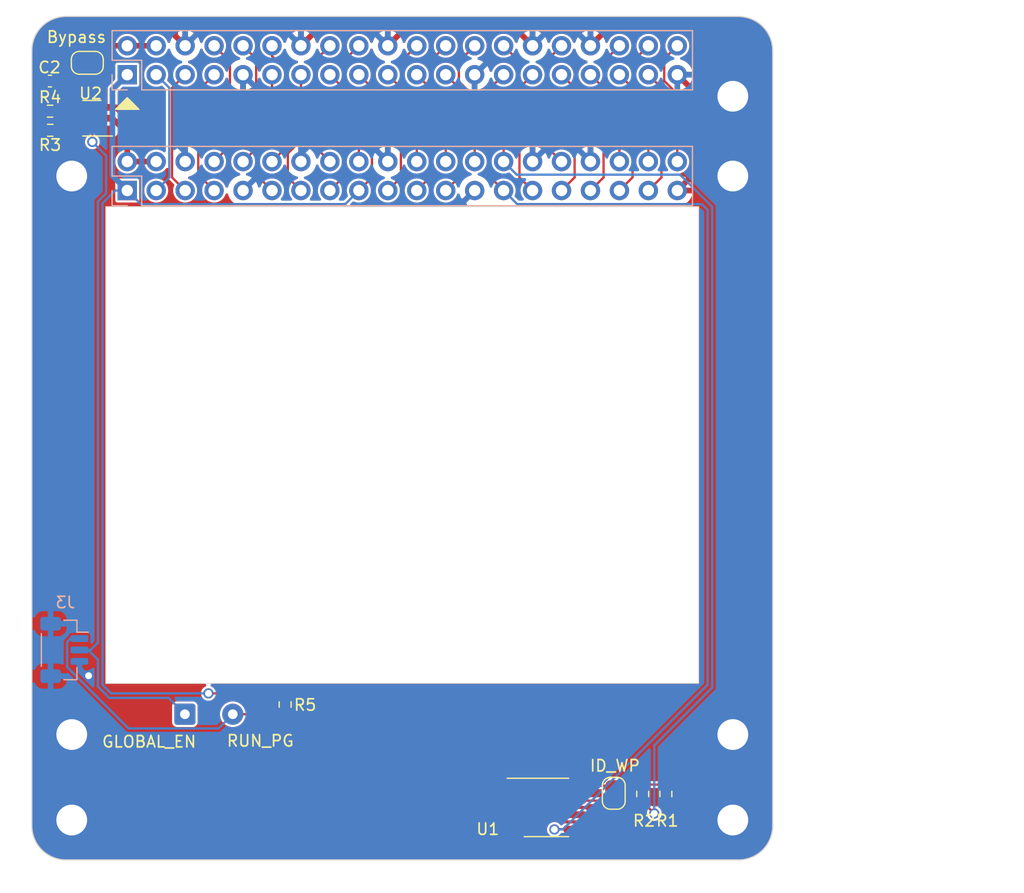
<source format=kicad_pcb>
(kicad_pcb (version 20221018) (generator pcbnew)
  (title_block (date "15 nov 2012"))
  (layers (0 "F.Cu" signal) (31 "B.Cu" signal) (34 "B.Paste" user) (35 "F.Paste" user) (36 "B.SilkS" user "B.Silkscreen") (37 "F.SilkS" user "F.Silkscreen") (38 "B.Mask" user) (39 "F.Mask" user) (44 "Edge.Cuts" user))
  (net 0 "")
  (net 1 "GND")
  (net 2 "/GPIO2{slash}SDA1")
  (net 3 "/GPIO3{slash}SCL1")
  (net 4 "/GPIO4{slash}GPCLK0")
  (net 5 "/GPIO14{slash}TXD0")
  (net 6 "/GPIO15{slash}RXD0")
  (net 7 "/GPIO17")
  (net 8 "/GPIO18{slash}PCM.CLK")
  (net 9 "/GPIO27")
  (net 10 "/GPIO22")
  (net 11 "/GPIO23")
  (net 12 "/GPIO24")
  (net 13 "/GPIO10{slash}SPI0.MOSI")
  (net 14 "/GPIO9{slash}SPI0.MISO")
  (net 15 "/GPIO25")
  (net 16 "/GPIO11{slash}SPI0.SCLK")
  (net 17 "/GPIO8{slash}SPI0.CE0")
  (net 18 "/GPIO7{slash}SPI0.CE1")
  (net 19 "/ID_SDA")
  (net 20 "/ID_SCL")
  (net 21 "/GPIO5")
  (net 22 "/GPIO6")
  (net 23 "/GPIO12{slash}PWM0")
  (net 24 "/GPIO13{slash}PWM1")
  (net 25 "/GPIO19{slash}PCM.FS")
  (net 26 "/GPIO16")
  (net 27 "/GPIO26")
  (net 28 "/GPIO20{slash}PCM.DIN")
  (net 29 "/GPIO21{slash}PCM.DOUT")
  (net 30 "+5V")
  (net 31 "+3.3V")
  (net 32 "Net-(JP1-A)")
  (net 36 "/5V_EXTERNAL")
  (net 37 "/RUN_PG")
  (net 38 "Net-(U2-R1{slash}C1)")
  (net 39 "/GLOBAL_EN")
  (footprint "Package_SO:SOIC-8_3.9x4.9mm_P1.27mm" (layer "F.Cu") (at 145.15 102.895)
    (fp_text reference "U1" (at -5.145 1.905) (layer "F.SilkS"))
    (fp_text value "CAT24C256")
    (fp_line (start 0 -2.56) (end -3.45 -2.56) (stroke (width 0.12)) (layer "F.SilkS"))
    (fp_line (start 0 -2.56) (end 1.95 -2.56) (stroke (width 0.12)) (layer "F.SilkS"))
    (fp_line (start 0 2.56) (end -1.95 2.56) (stroke (width 0.12)) (layer "F.SilkS"))
    (fp_line (start 0 2.56) (end 1.95 2.56) (stroke (width 0.12)) (layer "F.SilkS"))
    (pad "1" smd roundrect (at -2.475 -1.905) (size 1.95 0.6) (layers "F.Cu" "F.Paste" "F.Mask"))
    (pad "2" smd roundrect (at -2.475 -0.635) (size 1.95 0.6) (layers "F.Cu" "F.Paste" "F.Mask"))
    (pad "3" smd roundrect (at -2.475 0.635) (size 1.95 0.6) (layers "F.Cu" "F.Paste" "F.Mask"))
    (pad "4" smd roundrect (at -2.475 1.905) (size 1.95 0.6) (layers "F.Cu" "F.Paste" "F.Mask") (net 1 "GND"))
    (pad "5" smd roundrect (at 2.475 1.905) (size 1.95 0.6) (layers "F.Cu" "F.Paste" "F.Mask") (net 19 "/ID_SDA"))
    (pad "6" smd roundrect (at 2.475 0.635) (size 1.95 0.6) (layers "F.Cu" "F.Paste" "F.Mask") (net 20 "/ID_SCL"))
    (pad "7" smd roundrect (at 2.475 -0.635) (size 1.95 0.6) (layers "F.Cu" "F.Paste" "F.Mask") (net 32 "Net-(JP1-A)"))
    (pad "8" smd roundrect (at 2.475 -1.905) (size 1.95 0.6) (layers "F.Cu" "F.Paste" "F.Mask") (net 31 "+3.3V"))
  )
  (footprint "MountingHole:MountingHole_2.7mm_M2.5" (layer "F.Cu") (at 161.5 47.5)
    (fp_text reference "MH2" hide)
    (fp_text value "MountingHole_2.7mm_M2.5" hide)
    (pad "" np_thru_hole circle locked (at 0 0) (size 2.7 2.7) (drill 2.7) (layers "*.Cu" "*.Mask"))
  )
  (footprint "Resistor_SMD:R_0603_1608Metric" (layer "F.Cu") (at 101.6002 41.8086)
    (fp_text reference "R4" (at 0 -1.2192 180) (layer "F.SilkS"))
    (fp_text value "10K" hide)
    (fp_line (start -0.237258 -0.5225) (end 0.237258 -0.5225) (stroke (width 0.12)) (layer "F.SilkS"))
    (fp_line (start -0.237258 0.5225) (end 0.237258 0.5225) (stroke (width 0.12)) (layer "F.SilkS"))
    (pad "1" smd roundrect (at -0.825 0) (size 0.8 0.95) (layers "F.Cu" "F.Paste" "F.Mask") (net 36 "/5V_EXTERNAL"))
    (pad "2" smd roundrect (at 0.825 0) (size 0.8 0.95) (layers "F.Cu" "F.Paste" "F.Mask") (net 39 "/GLOBAL_EN"))
  )
  (footprint "Package_TO_SOT_SMD:TSOT-23-6" (layer "F.Cu") (at 105.2633 42.4284 180)
    (fp_text reference "U2" (at 0.1071 2.1692) (layer "F.SilkS"))
    (fp_text value "TPS27081ADDCR" hide)
    (fp_line (start 0 -1.56) (end -1.8 -1.56) (stroke (width 0.12)) (layer "F.SilkS"))
    (fp_line (start 0 -1.56) (end 0.8 -1.56) (stroke (width 0.12)) (layer "F.SilkS"))
    (fp_line (start 0 1.56) (end -0.8 1.56) (stroke (width 0.12)) (layer "F.SilkS"))
    (fp_line (start 0 1.56) (end 0.8 1.56) (stroke (width 0.12)) (layer "F.SilkS"))
    (pad "1" smd roundrect (at -1.1375 -0.95 180) (size 1.325 0.6) (layers "F.Cu" "F.Paste" "F.Mask") (net 1 "GND"))
    (pad "2" smd roundrect (at -1.1375 0 180) (size 1.325 0.6) (layers "F.Cu" "F.Paste" "F.Mask") (net 30 "+5V"))
    (pad "3" smd roundrect (at -1.1375 0.95 180) (size 1.325 0.6) (layers "F.Cu" "F.Paste" "F.Mask") (net 30 "+5V"))
    (pad "4" smd roundrect (at 1.1375 0.95 180) (size 1.325 0.6) (layers "F.Cu" "F.Paste" "F.Mask") (net 36 "/5V_EXTERNAL"))
    (pad "5" smd roundrect (at 1.1375 0 180) (size 1.325 0.6) (layers "F.Cu" "F.Paste" "F.Mask") (net 39 "/GLOBAL_EN"))
    (pad "6" smd roundrect (at 1.1375 -0.95 180) (size 1.325 0.6) (layers "F.Cu" "F.Paste" "F.Mask") (net 38 "Net-(U2-R1{slash}C1)"))
  )
  (footprint "MountingHole:MountingHole_2.7mm_M2.5" (layer "F.Cu") (at 161.5 104)
    (fp_text reference "MH4" hide)
    (fp_text value "MountingHole_2.7mm_M2.5" hide)
    (pad "" np_thru_hole circle locked (at 0 0) (size 2.7 2.7) (drill 2.7) (layers "*.Cu" "*.Mask"))
  )
  (footprint "Connector_Wire:SolderWire-0.25sqmm_1x02_P4.2mm_D0.65mm_OD1.7mm" (layer "F.Cu") (at 113.4276 94.7168)
    (fp_text reference "J4" hide)
    (fp_text value "Conn_01x02_Pin" hide)
    (pad "1" thru_hole roundrect (at 0 0) (size 1.85 1.85) (drill 0.85) (layers "*.Cu" "*.Mask") (roundrect_rratio 0.1351351351) (net 39 "/GLOBAL_EN"))
    (pad "2" thru_hole circle (at 4.2 0) (size 1.85 1.85) (drill 0.85) (layers "*.Cu" "*.Mask") (net 37 "/RUN_PG"))
  )
  (footprint "Jumper:SolderJumper-2_P1.3mm_Open_RoundedPad1.0x1.5mm" (layer "F.Cu") (at 104.8664 37.5668)
    (fp_text reference "JP2" hide)
    (fp_text value "BYPASS" hide)
    (fp_line (start -1.4 0.3) (end -1.4 -0.3) (stroke (width 0.12)) (layer "F.SilkS"))
    (fp_line (start -0.7 -1) (end 0.7 -1) (stroke (width 0.12)) (layer "F.SilkS"))
    (fp_line (start 0.7 1) (end -0.7 1) (stroke (width 0.12)) (layer "F.SilkS"))
    (fp_line (start 1.4 -0.3) (end 1.4 0.3) (stroke (width 0.12)) (layer "F.SilkS"))
    (fp_arc (start -1.4 -0.3) (mid -1.194975 -0.794975) (end -0.7 -1) (stroke (width 0.12)) (layer "F.SilkS"))
    (fp_arc (start -0.7 1) (mid -1.194975 0.794975) (end -1.4 0.3) (stroke (width 0.12)) (layer "F.SilkS"))
    (fp_arc (start 0.7 -1) (mid 1.194975 -0.794975) (end 1.4 -0.3) (stroke (width 0.12)) (layer "F.SilkS"))
    (fp_arc (start 1.4 0.3) (mid 1.194975 0.794975) (end 0.7 1) (stroke (width 0.12)) (layer "F.SilkS"))
    (pad "1" smd custom (at -0.65 0) (size 1 0.5) (layers "F.Cu" "F.Mask") (net 36 "/5V_EXTERNAL") (options (clearance outline) (anchor rect)) (primitives (gr_circle (center 0 0.25) (end 0.5 0.25) (width 0) (fill yes)) (gr_circle (center 0 -0.25) (end 0.5 -0.25) (width 0) (fill yes)) (gr_poly (pts (xy 0.5 0.75) (xy 0 0.75) (xy 0 -0.75) (xy 0.5 -0.75)) (width 0) (fill yes))))
    (pad "2" smd custom (at 0.65 0) (size 1 0.5) (layers "F.Cu" "F.Mask") (net 30 "+5V") (options (clearance outline) (anchor rect)) (primitives (gr_circle (center 0 0.25) (end 0.5 0.25) (width 0) (fill yes)) (gr_circle (center 0 -0.25) (end 0.5 -0.25) (width 0) (fill yes)) (gr_poly (pts (xy 0 0.75) (xy -0.5 0.75) (xy -0.5 -0.75) (xy 0 -0.75)) (width 0) (fill yes))))
  )
  (footprint "MountingHole:MountingHole_2.7mm_M2.5" (layer "F.Cu") (at 161.5 40.5)
    (fp_text reference "MH1" hide)
    (fp_text value "MountingHole_2.7mm_M2.5" hide)
    (pad "" np_thru_hole circle locked (at 0 0) (size 2.7 2.7) (drill 2.7) (layers "*.Cu" "*.Mask"))
  )
  (footprint "MountingHole:MountingHole_2.7mm_M2.5" (layer "F.Cu") (at 103.5 104)
    (fp_text reference "MH1" hide)
    (fp_text value "MountingHole_2.7mm_M2.5" hide)
    (pad "" np_thru_hole circle locked (at 0 0) (size 2.7 2.7) (drill 2.7) (layers "*.Cu" "*.Mask"))
  )
  (footprint "Resistor_SMD:R_0603_1608Metric" (layer "F.Cu") (at 155.626 101.714 -90)
    (fp_text reference "R1" (at 2.35 -0.127 -180) (layer "F.SilkS"))
    (fp_text value "3.9k" hide)
    (fp_line (start -0.237258 -0.5225) (end 0.237258 -0.5225) (stroke (width 0.12)) (layer "F.SilkS"))
    (fp_line (start -0.237258 0.5225) (end 0.237258 0.5225) (stroke (width 0.12)) (layer "F.SilkS"))
    (pad "1" smd roundrect (at -0.825 0 270) (size 0.8 0.95) (layers "F.Cu" "F.Paste" "F.Mask") (net 31 "+3.3V"))
    (pad "2" smd roundrect (at 0.825 0 270) (size 0.8 0.95) (layers "F.Cu" "F.Paste" "F.Mask") (net 19 "/ID_SDA"))
  )
  (footprint "MountingHole:MountingHole_2.7mm_M2.5" (layer "F.Cu") (at 103.5 96.5)
    (fp_text reference "MH3" hide)
    (fp_text value "MountingHole_2.7mm_M2.5" hide)
    (pad "" np_thru_hole circle locked (at 0 0) (size 2.7 2.7) (drill 2.7) (layers "*.Cu" "*.Mask"))
  )
  (footprint "MountingHole:MountingHole_2.7mm_M2.5" (layer "F.Cu") (at 103.5 47.5)
    (fp_text reference "MH1" hide)
    (fp_text value "MountingHole_2.7mm_M2.5" hide)
    (pad "" np_thru_hole circle locked (at 0 0) (size 2.7 2.7) (drill 2.7) (layers "*.Cu" "*.Mask"))
  )
  (footprint "Capacitor_SMD:C_0603_1608Metric" (layer "F.Cu") (at 101.5872 39.167)
    (fp_text reference "C2" (at -0.0378 -1.1938 180) (layer "F.SilkS"))
    (fp_text value "1uF" hide)
    (fp_line (start -0.14058 -0.51) (end 0.14058 -0.51) (stroke (width 0.12)) (layer "F.SilkS"))
    (fp_line (start -0.14058 0.51) (end 0.14058 0.51) (stroke (width 0.12)) (layer "F.SilkS"))
    (pad "1" smd roundrect (at -0.775 0) (size 0.9 0.95) (layers "F.Cu" "F.Paste" "F.Mask") (net 36 "/5V_EXTERNAL"))
    (pad "2" smd roundrect (at 0.775 0) (size 0.9 0.95) (layers "F.Cu" "F.Paste" "F.Mask") (net 1 "GND"))
  )
  (footprint "Jumper:SolderJumper-2_P1.3mm_Open_RoundedPad1.0x1.5mm" (layer "F.Cu") (at 151.054 101.651 90)
    (fp_text reference "JP1" hide)
    (fp_text value "ID_WP" hide)
    (fp_line (start -1.4 0.3) (end -1.4 -0.3) (stroke (width 0.12)) (layer "F.SilkS"))
    (fp_line (start -0.7 -1) (end 0.7 -1) (stroke (width 0.12)) (layer "F.SilkS"))
    (fp_line (start 0.7 1) (end -0.7 1) (stroke (width 0.12)) (layer "F.SilkS"))
    (fp_line (start 1.4 -0.3) (end 1.4 0.3) (stroke (width 0.12)) (layer "F.SilkS"))
    (fp_arc (start -1.4 -0.3) (mid -1.194975 -0.794975) (end -0.7 -1) (stroke (width 0.12)) (layer "F.SilkS"))
    (fp_arc (start -0.7 1) (mid -1.194975 0.794975) (end -1.4 0.3) (stroke (width 0.12)) (layer "F.SilkS"))
    (fp_arc (start 0.7 -1) (mid 1.194975 -0.794975) (end 1.4 -0.3) (stroke (width 0.12)) (layer "F.SilkS"))
    (fp_arc (start 1.4 0.3) (mid 1.194975 0.794975) (end 0.7 1) (stroke (width 0.12)) (layer "F.SilkS"))
    (pad "1" smd custom (at -0.65 0 90) (size 1 0.5) (layers "F.Cu" "F.Mask") (net 32 "Net-(JP1-A)") (options (clearance outline) (anchor rect)) (primitives (gr_circle (center 0 0.25) (end 0.5 0.25) (width 0) (fill yes)) (gr_circle (center 0 -0.25) (end 0.5 -0.25) (width 0) (fill yes)) (gr_poly (pts (xy 0.5 0.75) (xy 0 0.75) (xy 0 -0.75) (xy 0.5 -0.75)) (width 0) (fill yes))))
    (pad "2" smd custom (at 0.65 0 90) (size 1 0.5) (layers "F.Cu" "F.Mask") (net 31 "+3.3V") (options (clearance outline) (anchor rect)) (primitives (gr_circle (center 0 0.25) (end 0.5 0.25) (width 0) (fill yes)) (gr_circle (center 0 -0.25) (end 0.5 -0.25) (width 0) (fill yes)) (gr_poly (pts (xy 0 0.75) (xy -0.5 0.75) (xy -0.5 -0.75) (xy 0 -0.75)) (width 0) (fill yes))))
  )
  (footprint "MountingHole:MountingHole_2.7mm_M2.5" (layer "F.Cu") (at 161.5 96.5)
    (fp_text reference "MH4" hide)
    (fp_text value "MountingHole_2.7mm_M2.5" hide)
    (pad "" np_thru_hole circle locked (at 0 0) (size 2.7 2.7) (drill 2.7) (layers "*.Cu" "*.Mask"))
  )
  (footprint "Resistor_SMD:R_0603_1608Metric" (layer "F.Cu") (at 101.6124 43.485 180)
    (fp_text reference "R3" (at 0.0122 -1.2954 180) (layer "F.SilkS"))
    (fp_text value "10K" hide)
    (fp_line (start -0.237258 -0.5225) (end 0.237258 -0.5225) (stroke (width 0.12)) (layer "F.SilkS"))
    (fp_line (start -0.237258 0.5225) (end 0.237258 0.5225) (stroke (width 0.12)) (layer "F.SilkS"))
    (pad "1" smd roundrect (at -0.825 0 180) (size 0.8 0.95) (layers "F.Cu" "F.Paste" "F.Mask") (net 38 "Net-(U2-R1{slash}C1)"))
    (pad "2" smd roundrect (at 0.825 0 180) (size 0.8 0.95) (layers "F.Cu" "F.Paste" "F.Mask") (net 36 "/5V_EXTERNAL"))
  )
  (footprint "Resistor_SMD:R_0603_1608Metric" (layer "F.Cu") (at 153.594 101.714 -90)
    (fp_text reference "R2" (at 2.35 -0.127 -180) (layer "F.SilkS"))
    (fp_text value "3.9k" hide)
    (fp_line (start -0.237258 -0.5225) (end 0.237258 -0.5225) (stroke (width 0.12)) (layer "F.SilkS"))
    (fp_line (start -0.237258 0.5225) (end 0.237258 0.5225) (stroke (width 0.12)) (layer "F.SilkS"))
    (pad "1" smd roundrect (at -0.825 0 270) (size 0.8 0.95) (layers "F.Cu" "F.Paste" "F.Mask") (net 31 "+3.3V"))
    (pad "2" smd roundrect (at 0.825 0 270) (size 0.8 0.95) (layers "F.Cu" "F.Paste" "F.Mask") (net 20 "/ID_SCL"))
  )
  (footprint "Resistor_SMD:R_0603_1608Metric" (layer "F.Cu") (at 122.225 93.8654 90)
    (fp_text reference "R5" (at -0.0386 1.7526 180) (layer "F.SilkS"))
    (fp_text value "10K" hide)
    (fp_line (start -0.237258 -0.5225) (end 0.237258 -0.5225) (stroke (width 0.12)) (layer "F.SilkS"))
    (fp_line (start -0.237258 0.5225) (end 0.237258 0.5225) (stroke (width 0.12)) (layer "F.SilkS"))
    (pad "1" smd roundrect (at -0.825 0 90) (size 0.8 0.95) (layers "F.Cu" "F.Paste" "F.Mask") (net 37 "/RUN_PG"))
    (pad "2" smd roundrect (at 0.825 0 90) (size 0.8 0.95) (layers "F.Cu" "F.Paste" "F.Mask") (net 31 "+3.3V"))
  )
  (footprint "Connector_PinSocket_2.54mm:PinSocket_2x20_P2.54mm_Vertical" (layer "B.Cu") (at 108.37 48.77 -90)
    (fp_text reference "J1" hide)
    (fp_text value "GPIO")
    (fp_line (start -3.87 -49.59) (end 1.33 -49.59) (stroke (width 0.12)) (layer "B.SilkS"))
    (fp_line (start -3.87 1.33) (end -3.87 -49.59) (stroke (width 0.12)) (layer "B.SilkS"))
    (fp_line (start -3.87 1.33) (end -1.27 1.33) (stroke (width 0.12)) (layer "B.SilkS"))
    (fp_line (start -1.27 -1.27) (end 1.33 -1.27) (stroke (width 0.12)) (layer "B.SilkS"))
    (fp_line (start -1.27 1.33) (end -1.27 -1.27) (stroke (width 0.12)) (layer "B.SilkS"))
    (fp_line (start 0 1.33) (end 1.33 1.33) (stroke (width 0.12)) (layer "B.SilkS"))
    (fp_line (start 1.33 -1.27) (end 1.33 -49.59) (stroke (width 0.12)) (layer "B.SilkS"))
    (fp_line (start 1.33 1.33) (end 1.33 0) (stroke (width 0.12)) (layer "B.SilkS"))
    (pad "1" thru_hole rect locked (at 0 0 270) (size 1.7 1.7) (drill 1) (layers "*.Cu" "*.Mask") (net 31 "+3.3V"))
    (pad "2" thru_hole oval locked (at -2.54 0 270) (size 1.7 1.7) (drill 1) (layers "*.Cu" "*.Mask") (net 30 "+5V"))
    (pad "3" thru_hole oval locked (at 0 -2.54 270) (size 1.7 1.7) (drill 1) (layers "*.Cu" "*.Mask") (net 2 "/GPIO2{slash}SDA1"))
    (pad "4" thru_hole oval locked (at -2.54 -2.54 270) (size 1.7 1.7) (drill 1) (layers "*.Cu" "*.Mask") (net 30 "+5V"))
    (pad "5" thru_hole oval locked (at 0 -5.08 270) (size 1.7 1.7) (drill 1) (layers "*.Cu" "*.Mask") (net 3 "/GPIO3{slash}SCL1"))
    (pad "6" thru_hole oval locked (at -2.54 -5.08 270) (size 1.7 1.7) (drill 1) (layers "*.Cu" "*.Mask") (net 1 "GND"))
    (pad "7" thru_hole oval locked (at 0 -7.62 270) (size 1.7 1.7) (drill 1) (layers "*.Cu" "*.Mask") (net 4 "/GPIO4{slash}GPCLK0"))
    (pad "8" thru_hole oval locked (at -2.54 -7.62 270) (size 1.7 1.7) (drill 1) (layers "*.Cu" "*.Mask") (net 5 "/GPIO14{slash}TXD0"))
    (pad "9" thru_hole oval locked (at 0 -10.16 270) (size 1.7 1.7) (drill 1) (layers "*.Cu" "*.Mask") (net 1 "GND"))
    (pad "10" thru_hole oval locked (at -2.54 -10.16 270) (size 1.7 1.7) (drill 1) (layers "*.Cu" "*.Mask") (net 6 "/GPIO15{slash}RXD0"))
    (pad "11" thru_hole oval locked (at 0 -12.7 270) (size 1.7 1.7) (drill 1) (layers "*.Cu" "*.Mask") (net 7 "/GPIO17"))
    (pad "12" thru_hole oval locked (at -2.54 -12.7 270) (size 1.7 1.7) (drill 1) (layers "*.Cu" "*.Mask") (net 8 "/GPIO18{slash}PCM.CLK"))
    (pad "13" thru_hole oval locked (at 0 -15.24 270) (size 1.7 1.7) (drill 1) (layers "*.Cu" "*.Mask") (net 9 "/GPIO27"))
    (pad "14" thru_hole oval locked (at -2.54 -15.24 270) (size 1.7 1.7) (drill 1) (layers "*.Cu" "*.Mask") (net 1 "GND"))
    (pad "15" thru_hole oval locked (at 0 -17.78 270) (size 1.7 1.7) (drill 1) (layers "*.Cu" "*.Mask") (net 10 "/GPIO22"))
    (pad "16" thru_hole oval locked (at -2.54 -17.78 270) (size 1.7 1.7) (drill 1) (layers "*.Cu" "*.Mask") (net 11 "/GPIO23"))
    (pad "17" thru_hole oval locked (at 0 -20.32 270) (size 1.7 1.7) (drill 1) (layers "*.Cu" "*.Mask") (net 31 "+3.3V"))
    (pad "18" thru_hole oval locked (at -2.54 -20.32 270) (size 1.7 1.7) (drill 1) (layers "*.Cu" "*.Mask") (net 12 "/GPIO24"))
    (pad "19" thru_hole oval locked (at 0 -22.86 270) (size 1.7 1.7) (drill 1) (layers "*.Cu" "*.Mask") (net 13 "/GPIO10{slash}SPI0.MOSI"))
    (pad "20" thru_hole oval locked (at -2.54 -22.86 270) (size 1.7 1.7) (drill 1) (layers "*.Cu" "*.Mask") (net 1 "GND"))
    (pad "21" thru_hole oval locked (at 0 -25.4 270) (size 1.7 1.7) (drill 1) (layers "*.Cu" "*.Mask") (net 14 "/GPIO9{slash}SPI0.MISO"))
    (pad "22" thru_hole oval locked (at -2.54 -25.4 270) (size 1.7 1.7) (drill 1) (layers "*.Cu" "*.Mask") (net 15 "/GPIO25"))
    (pad "23" thru_hole oval locked (at 0 -27.94 270) (size 1.7 1.7) (drill 1) (layers "*.Cu" "*.Mask") (net 16 "/GPIO11{slash}SPI0.SCLK"))
    (pad "24" thru_hole oval locked (at -2.54 -27.94 270) (size 1.7 1.7) (drill 1) (layers "*.Cu" "*.Mask") (net 17 "/GPIO8{slash}SPI0.CE0"))
    (pad "25" thru_hole oval locked (at 0 -30.48 270) (size 1.7 1.7) (drill 1) (layers "*.Cu" "*.Mask") (net 1 "GND"))
    (pad "26" thru_hole oval locked (at -2.54 -30.48 270) (size 1.7 1.7) (drill 1) (layers "*.Cu" "*.Mask") (net 18 "/GPIO7{slash}SPI0.CE1"))
    (pad "27" thru_hole oval locked (at 0 -33.02 270) (size 1.7 1.7) (drill 1) (layers "*.Cu" "*.Mask") (net 19 "/ID_SDA"))
    (pad "28" thru_hole oval locked (at -2.54 -33.02 270) (size 1.7 1.7) (drill 1) (layers "*.Cu" "*.Mask") (net 20 "/ID_SCL"))
    (pad "29" thru_hole oval locked (at 0 -35.56 270) (size 1.7 1.7) (drill 1) (layers "*.Cu" "*.Mask") (net 21 "/GPIO5"))
    (pad "30" thru_hole oval locked (at -2.54 -35.56 270) (size 1.7 1.7) (drill 1) (layers "*.Cu" "*.Mask") (net 1 "GND"))
    (pad "31" thru_hole oval locked (at 0 -38.1 270) (size 1.7 1.7) (drill 1) (layers "*.Cu" "*.Mask") (net 22 "/GPIO6"))
    (pad "32" thru_hole oval locked (at -2.54 -38.1 270) (size 1.7 1.7) (drill 1) (layers "*.Cu" "*.Mask") (net 23 "/GPIO12{slash}PWM0"))
    (pad "33" thru_hole oval locked (at 0 -40.64 270) (size 1.7 1.7) (drill 1) (layers "*.Cu" "*.Mask") (net 24 "/GPIO13{slash}PWM1"))
    (pad "34" thru_hole oval locked (at -2.54 -40.64 270) (size 1.7 1.7) (drill 1) (layers "*.Cu" "*.Mask") (net 1 "GND"))
    (pad "35" thru_hole oval locked (at 0 -43.18 270) (size 1.7 1.7) (drill 1) (layers "*.Cu" "*.Mask") (net 25 "/GPIO19{slash}PCM.FS"))
    (pad "36" thru_hole oval locked (at -2.54 -43.18 270) (size 1.7 1.7) (drill 1) (layers "*.Cu" "*.Mask") (net 26 "/GPIO16"))
    (pad "37" thru_hole oval locked (at 0 -45.72 270) (size 1.7 1.7) (drill 1) (layers "*.Cu" "*.Mask") (net 27 "/GPIO26"))
    (pad "38" thru_hole oval locked (at -2.54 -45.72 270) (size 1.7 1.7) (drill 1) (layers "*.Cu" "*.Mask") (net 28 "/GPIO20{slash}PCM.DIN"))
    (pad "39" thru_hole oval locked (at 0 -48.26 270) (size 1.7 1.7) (drill 1) (layers "*.Cu" "*.Mask") (net 1 "GND"))
    (pad "40" thru_hole oval locked (at -2.54 -48.26 270) (size 1.7 1.7) (drill 1) (layers "*.Cu" "*.Mask") (net 29 "/GPIO21{slash}PCM.DOUT"))
  )
  (footprint "Connector_JST:JST_SH_BM03B-SRSS-TB_1x03-1MP_P1.00mm_Vertical" (layer "B.Cu") (at 102.8448 89.078 -90)
    (fp_text reference "J3" (at -4.1656 -0.1016 -180) (layer "B.SilkS") (effects (justify mirror)))
    (fp_text value "Conn_01x03_MountingPin" hide)
    (fp_line (start -2.61 -1.11) (end -1.56 -1.11) (stroke (width 0.12)) (layer "B.SilkS"))
    (fp_line (start -2.61 0.04) (end -2.61 -1.11) (stroke (width 0.12)) (layer "B.SilkS"))
    (fp_line (start -1.56 -1.11) (end -1.56 -2.1) (stroke (width 0.12)) (layer "B.SilkS"))
    (fp_line (start -1.44 2.01) (end 1.44 2.01) (stroke (width 0.12)) (layer "B.SilkS"))
    (fp_line (start 2.61 -1.11) (end 1.56 -1.11) (stroke (width 0.12)) (layer "B.SilkS"))
    (fp_line (start 2.61 0.04) (end 2.61 -1.11) (stroke (width 0.12)) (layer "B.SilkS"))
    (pad "1" smd roundrect (at -1 -1.325 270) (size 0.6 1.55) (layers "B.Cu" "B.Paste" "B.Mask") (net 37 "/RUN_PG"))
    (pad "2" smd roundrect (at 0 -1.325 270) (size 0.6 1.55) (layers "B.Cu" "B.Paste" "B.Mask") (net 39 "/GLOBAL_EN"))
    (pad "3" smd roundrect (at 1 -1.325 270) (size 0.6 1.55) (layers "B.Cu" "B.Paste" "B.Mask") (net 1 "GND"))
    (pad "MP" smd roundrect (at -2.3 1.2 270) (size 1.2 1.8) (layers "B.Cu" "B.Paste" "B.Mask") (roundrect_rratio 0.2083333333) (net 1 "GND"))
    (pad "MP" smd roundrect (at 2.3 1.2 270) (size 1.2 1.8) (layers "B.Cu" "B.Paste" "B.Mask") (roundrect_rratio 0.2083333333) (net 1 "GND"))
  )
  (footprint "Connector_PinSocket_2.54mm:PinSocket_2x20_P2.54mm_Vertical" (layer "B.Cu") (at 108.37 38.61 -90)
    (fp_text reference "J2" hide)
    (fp_text value "GPIO")
    (fp_line (start -3.87 -49.59) (end 1.33 -49.59) (stroke (width 0.12)) (layer "B.SilkS"))
    (fp_line (start -3.87 1.33) (end -3.87 -49.59) (stroke (width 0.12)) (layer "B.SilkS"))
    (fp_line (start -3.87 1.33) (end -1.27 1.33) (stroke (width 0.12)) (layer "B.SilkS"))
    (fp_line (start -1.27 -1.27) (end 1.33 -1.27) (stroke (width 0.12)) (layer "B.SilkS"))
    (fp_line (start -1.27 1.33) (end -1.27 -1.27) (stroke (width 0.12)) (layer "B.SilkS"))
    (fp_line (start 0 1.33) (end 1.33 1.33) (stroke (width 0.12)) (layer "B.SilkS"))
    (fp_line (start 1.33 -1.27) (end 1.33 -49.59) (stroke (width 0.12)) (layer "B.SilkS"))
    (fp_line (start 1.33 1.33) (end 1.33 0) (stroke (width 0.12)) (layer "B.SilkS"))
    (pad "1" thru_hole rect locked (at 0 0 270) (size 1.7 1.7) (drill 1) (layers "*.Cu" "*.Mask") (net 31 "+3.3V"))
    (pad "2" thru_hole oval locked (at -2.54 0 270) (size 1.7 1.7) (drill 1) (layers "*.Cu" "*.Mask") (net 36 "/5V_EXTERNAL"))
    (pad "3" thru_hole oval locked (at 0 -2.54 270) (size 1.7 1.7) (drill 1) (layers "*.Cu" "*.Mask") (net 2 "/GPIO2{slash}SDA1"))
    (pad "4" thru_hole oval locked (at -2.54 -2.54 270) (size 1.7 1.7) (drill 1) (layers "*.Cu" "*.Mask") (net 36 "/5V_EXTERNAL"))
    (pad "5" thru_hole oval locked (at 0 -5.08 270) (size 1.7 1.7) (drill 1) (layers "*.Cu" "*.Mask") (net 3 "/GPIO3{slash}SCL1"))
    (pad "6" thru_hole oval locked (at -2.54 -5.08 270) (size 1.7 1.7) (drill 1) (layers "*.Cu" "*.Mask") (net 1 "GND"))
    (pad "7" thru_hole oval locked (at 0 -7.62 270) (size 1.7 1.7) (drill 1) (layers "*.Cu" "*.Mask") (net 4 "/GPIO4{slash}GPCLK0"))
    (pad "8" thru_hole oval locked (at -2.54 -7.62 270) (size 1.7 1.7) (drill 1) (layers "*.Cu" "*.Mask") (net 5 "/GPIO14{slash}TXD0"))
    (pad "9" thru_hole oval locked (at 0 -10.16 270) (size 1.7 1.7) (drill 1) (layers "*.Cu" "*.Mask") (net 1 "GND"))
    (pad "10" thru_hole oval locked (at -2.54 -10.16 270) (size 1.7 1.7) (drill 1) (layers "*.Cu" "*.Mask") (net 6 "/GPIO15{slash}RXD0"))
    (pad "11" thru_hole oval locked (at 0 -12.7 270) (size 1.7 1.7) (drill 1) (layers "*.Cu" "*.Mask") (net 7 "/GPIO17"))
    (pad "12" thru_hole oval locked (at -2.54 -12.7 270) (size 1.7 1.7) (drill 1) (layers "*.Cu" "*.Mask") (net 8 "/GPIO18{slash}PCM.CLK"))
    (pad "13" thru_hole oval locked (at 0 -15.24 270) (size 1.7 1.7) (drill 1) (layers "*.Cu" "*.Mask") (net 9 "/GPIO27"))
    (pad "14" thru_hole oval locked (at -2.54 -15.24 270) (size 1.7 1.7) (drill 1) (layers "*.Cu" "*.Mask") (net 1 "GND"))
    (pad "15" thru_hole oval locked (at 0 -17.78 270) (size 1.7 1.7) (drill 1) (layers "*.Cu" "*.Mask") (net 10 "/GPIO22"))
    (pad "16" thru_hole oval locked (at -2.54 -17.78 270) (size 1.7 1.7) (drill 1) (layers "*.Cu" "*.Mask") (net 11 "/GPIO23"))
    (pad "17" thru_hole oval locked (at 0 -20.32 270) (size 1.7 1.7) (drill 1) (layers "*.Cu" "*.Mask") (net 31 "+3.3V"))
    (pad "18" thru_hole oval locked (at -2.54 -20.32 270) (size 1.7 1.7) (drill 1) (layers "*.Cu" "*.Mask") (net 12 "/GPIO24"))
    (pad "19" thru_hole oval locked (at 0 -22.86 270) (size 1.7 1.7) (drill 1) (layers "*.Cu" "*.Mask") (net 13 "/GPIO10{slash}SPI0.MOSI"))
    (pad "20" thru_hole oval locked (at -2.54 -22.86 270) (size 1.7 1.7) (drill 1) (layers "*.Cu" "*.Mask") (net 1 "GND"))
    (pad "21" thru_hole oval locked (at 0 -25.4 270) (size 1.7 1.7) (drill 1) (layers "*.Cu" "*.Mask") (net 14 "/GPIO9{slash}SPI0.MISO"))
    (pad "22" thru_hole oval locked (at -2.54 -25.4 270) (size 1.7 1.7) (drill 1) (layers "*.Cu" "*.Mask") (net 15 "/GPIO25"))
    (pad "23" thru_hole oval locked (at 0 -27.94 270) (size 1.7 1.7) (drill 1) (layers "*.Cu" "*.Mask") (net 16 "/GPIO11{slash}SPI0.SCLK"))
    (pad "24" thru_hole oval locked (at -2.54 -27.94 270) (size 1.7 1.7) (drill 1) (layers "*.Cu" "*.Mask") (net 17 "/GPIO8{slash}SPI0.CE0"))
    (pad "25" thru_hole oval locked (at 0 -30.48 270) (size 1.7 1.7) (drill 1) (layers "*.Cu" "*.Mask") (net 1 "GND"))
    (pad "26" thru_hole oval locked (at -2.54 -30.48 270) (size 1.7 1.7) (drill 1) (layers "*.Cu" "*.Mask") (net 18 "/GPIO7{slash}SPI0.CE1"))
    (pad "27" thru_hole oval locked (at 0 -33.02 270) (size 1.7 1.7) (drill 1) (layers "*.Cu" "*.Mask") (net 19 "/ID_SDA"))
    (pad "28" thru_hole oval locked (at -2.54 -33.02 270) (size 1.7 1.7) (drill 1) (layers "*.Cu" "*.Mask") (net 20 "/ID_SCL"))
    (pad "29" thru_hole oval locked (at 0 -35.56 270) (size 1.7 1.7) (drill 1) (layers "*.Cu" "*.Mask") (net 21 "/GPIO5"))
    (pad "30" thru_hole oval locked (at -2.54 -35.56 270) (size 1.7 1.7) (drill 1) (layers "*.Cu" "*.Mask") (net 1 "GND"))
    (pad "31" thru_hole oval locked (at 0 -38.1 270) (size 1.7 1.7) (drill 1) (layers "*.Cu" "*.Mask") (net 22 "/GPIO6"))
    (pad "32" thru_hole oval locked (at -2.54 -38.1 270) (size 1.7 1.7) (drill 1) (layers "*.Cu" "*.Mask") (net 23 "/GPIO12{slash}PWM0"))
    (pad "33" thru_hole oval locked (at 0 -40.64 270) (size 1.7 1.7) (drill 1) (layers "*.Cu" "*.Mask") (net 24 "/GPIO13{slash}PWM1"))
    (pad "34" thru_hole oval locked (at -2.54 -40.64 270) (size 1.7 1.7) (drill 1) (layers "*.Cu" "*.Mask") (net 1 "GND"))
    (pad "35" thru_hole oval locked (at 0 -43.18 270) (size 1.7 1.7) (drill 1) (layers "*.Cu" "*.Mask") (net 25 "/GPIO19{slash}PCM.FS"))
    (pad "36" thru_hole oval locked (at -2.54 -43.18 270) (size 1.7 1.7) (drill 1) (layers "*.Cu" "*.Mask") (net 26 "/GPIO16"))
    (pad "37" thru_hole oval locked (at 0 -45.72 270) (size 1.7 1.7) (drill 1) (layers "*.Cu" "*.Mask") (net 27 "/GPIO26"))
    (pad "38" thru_hole oval locked (at -2.54 -45.72 270) (size 1.7 1.7) (drill 1) (layers "*.Cu" "*.Mask") (net 28 "/GPIO20{slash}PCM.DIN"))
    (pad "39" thru_hole oval locked (at 0 -48.26 270) (size 1.7 1.7) (drill 1) (layers "*.Cu" "*.Mask") (net 1 "GND"))
    (pad "40" thru_hole oval locked (at -2.54 -48.26 270) (size 1.7 1.7) (drill 1) (layers "*.Cu" "*.Mask") (net 29 "/GPIO21{slash}PCM.DOUT"))
  )
  (gr_poly (pts (xy 108.3693 40.6275) (xy 109.3853 41.6435) (xy 107.3533 41.6435)) (stroke (width 0.12)) (fill solid) (layer "F.SilkS"))
  (gr_arc (start 162 33.5) (mid 164.12132 34.37868) (end 165 36.5) (stroke (width 0.1)) (layer "Edge.Cuts"))
  (gr_line (start 165 104.5) (end 165 36.5) (stroke (width 0.1)) (layer "Edge.Cuts"))
  (gr_line (start 106.5 92) (end 158.5 92) (stroke (width 0.05)) (layer "Edge.Cuts"))
  (gr_line (start 100 36.5) (end 100 63) (stroke (width 0.1)) (layer "Edge.Cuts"))
  (gr_line (start 158.5 92) (end 158.5 50.2) (stroke (width 0.05)) (layer "Edge.Cuts"))
  (gr_line (start 100 63) (end 100 81) (stroke (width 0.1)) (layer "Edge.Cuts"))
  (gr_arc (start 103 107.5) (mid 100.87868 106.62132) (end 100 104.5) (stroke (width 0.1)) (layer "Edge.Cuts"))
  (gr_line (start 103 107.5) (end 162 107.5) (stroke (width 0.1)) (layer "Edge.Cuts"))
  (gr_line (start 158.5 50.2) (end 106.5 50.2) (stroke (width 0.05)) (layer "Edge.Cuts"))
  (gr_line (start 106.5 92) (end 106.5 50.2) (stroke (width 0.05)) (layer "Edge.Cuts"))
  (gr_arc (start 165 104.5) (mid 164.12132 106.62132) (end 162 107.5) (stroke (width 0.1)) (layer "Edge.Cuts"))
  (gr_arc (start 100 36.5) (mid 100.87868 34.37868) (end 103 33.5) (stroke (width 0.1)) (layer "Edge.Cuts"))
  (gr_line (start 100 81) (end 100 104.5) (stroke (width 0.1)) (layer "Edge.Cuts"))
  (gr_line (start 162 33.5) (end 103 33.5) (stroke (width 0.1)) (layer "Edge.Cuts"))
  (gr_text "ID_WP" (at 148.8696 99.8222) (layer "F.SilkS") (effects (font (size 1 1)) (justify left bottom)))
  (gr_text "GLOBAL_EN" (at 106.0706 97.714) (layer "F.SilkS") (effects (font (size 1 1)) (justify left bottom)))
  (gr_text "RUN_PG" (at 117.018 97.6378) (layer "F.SilkS") (effects (font (size 1 1)) (justify left bottom)))
  (gr_text "Bypass" (at 101.2192 35.8904) (layer "F.SilkS") (effects (font (size 1 1)) (justify left bottom)))
  (segment (start 143.93 36.07) (end 142.709 34.849) (width 0.5) (layer "F.Cu") (net 1))
  (segment (start 149.01 36.07) (end 149.977 35.103) (width 0.5) (layer "F.Cu") (net 1))
  (segment (start 124.704 34.976) (end 124.765 34.976) (width 0.5) (layer "F.Cu") (net 1))
  (segment (start 156.63 38.61) (end 157.695 39.675) (width 0.5) (layer "F.Cu") (net 1))
  (segment (start 113.45 36.07) (end 112.573 35.193) (width 0.5) (layer "F.Cu") (net 1))
  (segment (start 157.785 47.615) (end 157.785 47.422) (width 0.5) (layer "F.Cu") (net 1))
  (segment (start 112.573 35.193) (end 112.573 34.722) (width 0.5) (layer "F.Cu") (net 1))
  (segment (start 157.695 39.675) (end 157.785 39.675) (width 0.5) (layer "F.Cu") (net 1))
  (segment (start 106.4008 43.3784) (end 106.8834 43.861) (width 0.5) (layer "F.Cu") (net 1))
  (segment (start 156.63 48.77) (end 157.785 47.615) (width 0.5) (layer "F.Cu") (net 1))
  (segment (start 149.977 35.103) (end 150.546 35.103) (width 0.5) (layer "F.Cu") (net 1))
  (segment (start 132.324 34.976) (end 132.512 34.976) (width 0.5) (layer "F.Cu") (net 1))
  (segment (start 106.8834 43.861) (end 106.8834 44.6788) (width 0.5) (layer "F.Cu") (net 1))
  (segment (start 123.61 36.07) (end 124.704 34.976) (width 0.5) (layer "F.Cu") (net 1))
  (segment (start 131.23 36.07) (end 132.324 34.976) (width 0.5) (layer "F.Cu") (net 1))
  (via (at 104.9784 91.3386) (size 0.9) (drill 0.6) (layers "F.Cu" "B.Cu") (net 1))
  (segment (start 130.099 34.939) (end 130.099 34.595) (width 0.5) (layer "B.Cu") (net 1))
  (segment (start 138.85 38.61) (end 140.071 37.389) (width 0.5) (layer "B.Cu") (net 1))
  (segment (start 131.23 36.07) (end 130.099 34.939) (width 0.5) (layer "B.Cu") (net 1))
  (segment (start 113.45 45.378) (end 112.827 44.755) (width 0.5) (layer "B.Cu") (net 1))
  (segment (start 131.23 46.23) (end 130.136 45.136) (width 0.5) (layer "B.Cu") (net 1))
  (segment (start 114.478 35.042) (end 114.478 34.849) (width 0.5) (layer "B.Cu") (net 1))
  (segment (start 104.1698 90.078) (end 104.1698 90.53) (width 0.2) (layer "B.Cu") (net 1))
  (segment (start 118.53 48.77) (end 119.878 47.422) (width 0.5) (layer "B.Cu") (net 1))
  (segment (start 143.93 36.07) (end 145.085 34.915) (width 0.5) (layer "B.Cu") (net 1))
  (segment (start 149.01 36.07) (end 148.006 35.066) (width 0.5) (layer "B.Cu") (net 1))
  (segment (start 123.61 46.23) (end 123.61 45.529) (width 0.5) (layer "B.Cu") (net 1))
  (segment (start 148.006 35.066) (end 148.006 34.849) (width 0.5) (layer "B.Cu") (net 1))
  (segment (start 123.61 45.529) (end 124.257 44.882) (width 0.5) (layer "B.Cu") (net 1))
  (segment (start 104.1698 90.53) (end 104.9784 91.3386) (width 0.2) (layer "B.Cu") (net 1))
  (segment (start 147.752 44.972) (end 147.752 44.882) (width 0.5) (layer "B.Cu") (net 1))
  (segment (start 145.085 34.915) (end 145.085 34.849) (width 0.5) (layer "B.Cu") (net 1))
  (segment (start 140.071 37.389) (end 140.132 37.389) (width 0.5) (layer "B.Cu") (net 1))
  (segment (start 118.53 48.77) (end 118.62 48.77) (width 0.5) (layer "B.Cu") (net 1))
  (segment (start 143.93 46.23) (end 145.024 45.136) (width 0.5) (layer "B.Cu") (net 1))
  (segment (start 113.45 46.23) (end 113.45 45.378) (width 0.5) (layer "B.Cu") (net 1))
  (segment (start 113.45 36.07) (end 114.478 35.042) (width 0.5) (layer "B.Cu") (net 1))
  (segment (start 145.024 45.136) (end 145.212 45.136) (width 0.5) (layer "B.Cu") (net 1))
  (segment (start 123.61 36.07) (end 122.479 34.939) (width 0.5) (layer "B.Cu") (net 1))
  (segment (start 130.136 45.136) (end 129.845 45.136) (width 0.5) (layer "B.Cu") (net 1))
  (segment (start 119.595 39.675) (end 119.812 39.675) (width 0.5) (layer "B.Cu") (net 1))
  (segment (start 138.85 48.77) (end 137.912 49.708) (width 0.5) (layer "B.Cu") (net 1))
  (segment (start 119.878 47.422) (end 119.939 47.422) (width 0.5) (layer "B.Cu") (net 1))
  (segment (start 137.912 49.708) (end 137.592 49.708) (width 0.5) (layer "B.Cu") (net 1))
  (segment (start 118.53 38.61) (end 119.595 39.675) (width 0.5) (layer "B.Cu") (net 1))
  (segment (start 149.01 46.23) (end 147.752 44.972) (width 0.5) (layer "B.Cu") (net 1))
  (segment (start 122.479 34.939) (end 122.479 34.722) (width 0.5) (layer "B.Cu") (net 1))
  (segment (start 112.06 47.62) (end 110.91 48.77) (width 0.2) (layer "B.Cu") (net 2))
  (segment (start 112.06 39.76) (end 112.06 47.62) (width 0.2) (layer "B.Cu") (net 2))
  (segment (start 110.91 38.61) (end 112.06 39.76) (width 0.2) (layer "B.Cu") (net 2))
  (segment (start 112.3 47.62) (end 113.45 48.77) (width 0.2) (layer "F.Cu") (net 3))
  (segment (start 113.45 38.61) (end 112.3 39.76) (width 0.2) (layer "F.Cu") (net 3))
  (segment (start 112.3 39.76) (end 112.3 47.62) (width 0.2) (layer "F.Cu") (net 3))
  (segment (start 114.6 47.38) (end 115.99 48.77) (width 0.2) (layer "F.Cu") (net 4))
  (segment (start 114.6 40) (end 114.6 47.38) (width 0.2) (layer "F.Cu") (net 4))
  (segment (start 115.99 38.61) (end 114.6 40) (width 0.2) (layer "F.Cu") (net 4))
  (segment (start 117.38 44.84) (end 115.99 46.23) (width 0.2) (layer "F.Cu") (net 5))
  (segment (start 117.38 37.46) (end 117.38 44.84) (width 0.2) (layer "F.Cu") (net 5))
  (segment (start 115.99 36.07) (end 117.38 37.46) (width 0.2) (layer "F.Cu") (net 5))
  (segment (start 118.53 36.07) (end 119.68 37.22) (width 0.2) (layer "F.Cu") (net 6))
  (segment (start 119.68 45.08) (end 118.53 46.23) (width 0.2) (layer "F.Cu") (net 6))
  (segment (start 119.68 37.22) (end 119.68 45.08) (width 0.2) (layer "F.Cu") (net 6))
  (segment (start 119.92 45.513654) (end 119.92 47.62) (width 0.2) (layer "F.Cu") (net 7))
  (segment (start 121.07 38.61) (end 121.07 44.363654) (width 0.2) (layer "F.Cu") (net 7))
  (segment (start 119.92 47.62) (end 121.07 48.77) (width 0.2) (layer "F.Cu") (net 7))
  (segment (start 121.07 44.363654) (end 119.92 45.513654) (width 0.2) (layer "F.Cu") (net 7))
  (segment (start 121.07 36.983654) (end 122.22 38.133654) (width 0.2) (layer "F.Cu") (net 8))
  (segment (start 122.22 45.08) (end 121.07 46.23) (width 0.2) (layer "F.Cu") (net 8))
  (segment (start 121.07 36.07) (end 121.07 36.983654) (width 0.2) (layer "F.Cu") (net 8))
  (segment (start 122.22 38.133654) (end 122.22 45.08) (width 0.2) (layer "F.Cu") (net 8))
  (segment (start 123.61 38.61) (end 123.61 44.363654) (width 0.2) (layer "F.Cu") (net 9))
  (segment (start 123.61 44.363654) (end 122.46 45.513654) (width 0.2) (layer "F.Cu") (net 9))
  (segment (start 122.46 45.513654) (end 122.46 47.62) (width 0.2) (layer "F.Cu") (net 9))
  (segment (start 122.46 47.62) (end 123.61 48.77) (width 0.2) (layer "F.Cu") (net 9))
  (segment (start 127.3 39.76) (end 127.3 47.62) (width 0.2) (layer "F.Cu") (net 10))
  (segment (start 126.15 38.61) (end 127.3 39.76) (width 0.2) (layer "F.Cu") (net 10))
  (segment (start 127.3 47.62) (end 126.15 48.77) (width 0.2) (layer "F.Cu") (net 10))
  (segment (start 125 37.22) (end 125 45.08) (width 0.2) (layer "F.Cu") (net 11))
  (segment (start 125 45.08) (end 126.15 46.23) (width 0.2) (layer "F.Cu") (net 11))
  (segment (start 126.15 36.07) (end 125 37.22) (width 0.2) (layer "F.Cu") (net 11))
  (segment (start 127.3 37.46) (end 127.3 39.172) (width 0.2) (layer "F.Cu") (net 12))
  (segment (start 128.69 40.562) (end 128.69 46.23) (width 0.2) (layer "F.Cu") (net 12))
  (segment (start 127.3 39.172) (end 128.69 40.562) (width 0.2) (layer "F.Cu") (net 12))
  (segment (start 128.69 36.07) (end 127.3 37.46) (width 0.2) (layer "F.Cu") (net 12))
  (segment (start 132.38 47.62) (end 131.23 48.77) (width 0.2) (layer "F.Cu") (net 13))
  (segment (start 132.38 39.76) (end 132.38 47.62) (width 0.2) (layer "F.Cu") (net 13))
  (segment (start 131.23 38.61) (end 132.38 39.76) (width 0.2) (layer "F.Cu") (net 13))
  (segment (start 134.92 47.62) (end 133.77 48.77) (width 0.2) (layer "F.Cu") (net 14))
  (segment (start 133.77 38.61) (end 134.92 39.76) (width 0.2) (layer "F.Cu") (net 14))
  (segment (start 134.92 39.76) (end 134.92 47.62) (width 0.2) (layer "F.Cu") (net 14))
  (segment (start 133.77 40.584315) (end 133.77 46.23) (width 0.2) (layer "F.Cu") (net 15))
  (segment (start 133.77 36.07) (end 132.62 37.22) (width 0.2) (layer "F.Cu") (net 15))
  (segment (start 132.62 39.434314) (end 133.77 40.584315) (width 0.2) (layer "F.Cu") (net 15))
  (segment (start 132.62 37.22) (end 132.62 39.434314) (width 0.2) (layer "F.Cu") (net 15))
  (segment (start 137.46 47.62) (end 136.31 48.77) (width 0.2) (layer "F.Cu") (net 16))
  (segment (start 137.46 39.76) (end 137.46 47.62) (width 0.2) (layer "F.Cu") (net 16))
  (segment (start 136.31 38.61) (end 137.46 39.76) (width 0.2) (layer "F.Cu") (net 16))
  (segment (start 135.16 39.275) (end 136.31 40.425) (width 0.2) (layer "F.Cu") (net 17))
  (segment (start 136.31 40.425) (end 136.31 46.23) (width 0.2) (layer "F.Cu") (net 17))
  (segment (start 135.16 37.22) (end 135.16 39.275) (width 0.2) (layer "F.Cu") (net 17))
  (segment (start 136.31 36.07) (end 135.16 37.22) (width 0.2) (layer "F.Cu") (net 17))
  (segment (start 137.465 39.199314) (end 138.85 40.584314) (width 0.2) (layer "F.Cu") (net 18))
  (segment (start 138.85 40.584314) (end 138.85 46.23) (width 0.2) (layer "F.Cu") (net 18))
  (segment (start 138.85 36.07) (end 137.465 37.455) (width 0.2) (layer "F.Cu") (net 18))
  (segment (start 137.465 37.455) (end 137.465 39.199314) (width 0.2) (layer "F.Cu") (net 18))
  (segment (start 147.625 104.8) (end 154.89 104.8) (width 0.2) (layer "F.Cu") (net 19))
  (segment (start 147.625 104.8) (end 145.873 104.8) (width 0.2) (layer "F.Cu") (net 19))
  (segment (start 155.626 104.064) (end 155.626 102.539) (width 0.2) (layer "F.Cu") (net 19))
  (segment (start 145.873 104.8) (end 145.847 104.826) (width 0.2) (layer "F.Cu") (net 19))
  (segment (start 140.24 39.76) (end 140.24 47.62) (width 0.2) (layer "F.Cu") (net 19))
  (segment (start 140.24 47.62) (end 141.39 48.77) (width 0.2) (layer "F.Cu") (net 19))
  (segment (start 154.89 104.8) (end 155.626 104.064) (width 0.2) (layer "F.Cu") (net 19))
  (segment (start 141.39 38.61) (end 140.24 39.76) (width 0.2) (layer "F.Cu") (net 19))
  (via (at 145.847 104.826) (size 0.9) (drill 0.6) (layers "F.Cu" "B.Cu") (net 19))
  (segment (start 145.847 104.826) (end 146.59 104.826) (width 0.2) (layer "B.Cu") (net 19))
  (segment (start 159.29 92.126) (end 159.29 50.47) (width 0.2) (layer "B.Cu") (net 19))
  (segment (start 146.59 104.826) (end 159.29 92.126) (width 0.2) (layer "B.Cu") (net 19))
  (segment (start 159.29 50.47) (end 158.782 49.962) (width 0.2) (layer "B.Cu") (net 19))
  (segment (start 142.582 49.962) (end 141.39 48.77) (width 0.2) (layer "B.Cu") (net 19))
  (segment (start 158.782 49.962) (end 142.582 49.962) (width 0.2) (layer "B.Cu") (net 19))
  (segment (start 153.72 102.539) (end 154.61 103.429) (width 0.2) (layer "F.Cu") (net 20))
  (segment (start 142.78 39.148) (end 141.39 40.538) (width 0.2) (layer "F.Cu") (net 20))
  (segment (start 141.39 36.07) (end 142.78 37.46) (width 0.2) (layer "F.Cu") (net 20))
  (segment (start 141.39 40.538) (end 141.39 46.23) (width 0.2) (layer "F.Cu") (net 20))
  (segment (start 152.603 103.53) (end 153.594 102.539) (width 0.2) (layer "F.Cu") (net 20))
  (segment (start 141.39 46.795686) (end 141.39 46.23) (width 0.2) (layer "F.Cu") (net 20))
  (segment (start 142.78 37.46) (end 142.78 39.148) (width 0.2) (layer "F.Cu") (net 20))
  (segment (start 153.594 102.539) (end 153.72 102.539) (width 0.2) (layer "F.Cu") (net 20))
  (segment (start 147.625 103.53) (end 152.603 103.53) (width 0.2) (layer "F.Cu") (net 20))
  (via (at 154.61 103.429) (size 0.9) (drill 0.6) (layers "F.Cu" "B.Cu") (net 20))
  (segment (start 156.866346 47.38) (end 142.54 47.38) (width 0.2) (layer "B.Cu") (net 20))
  (segment (start 154.61 103.429) (end 154.61 97.46) (width 0.2) (layer "B.Cu") (net 20))
  (segment (start 159.69 92.38) (end 159.69 50.203654) (width 0.2) (layer "B.Cu") (net 20))
  (segment (start 154.61 97.46) (end 159.69 92.38) (width 0.2) (layer "B.Cu") (net 20))
  (segment (start 142.54 47.38) (end 141.39 46.23) (width 0.2) (layer "B.Cu") (net 20))
  (segment (start 159.69 50.203654) (end 156.866346 47.38) (width 0.2) (layer "B.Cu") (net 20))
  (segment (start 143.93 38.61) (end 142.78 39.76) (width 0.2) (layer "F.Cu") (net 21))
  (segment (start 142.78 39.76) (end 142.78 47.62) (width 0.2) (layer "F.Cu") (net 21))
  (segment (start 142.78 47.62) (end 143.93 48.77) (width 0.2) (layer "F.Cu") (net 21))
  (segment (start 146.47 38.61) (end 147.62 39.76) (width 0.2) (layer "F.Cu") (net 22))
  (segment (start 147.62 47.62) (end 146.47 48.77) (width 0.2) (layer "F.Cu") (net 22))
  (segment (start 147.62 39.76) (end 147.62 47.62) (width 0.2) (layer "F.Cu") (net 22))
  (segment (start 145.32 45.08) (end 146.47 46.23) (width 0.2) (layer "F.Cu") (net 23))
  (segment (start 146.47 36.07) (end 145.32 37.22) (width 0.2) (layer "F.Cu") (net 23))
  (segment (start 145.32 37.22) (end 145.32 45.08) (width 0.2) (layer "F.Cu") (net 23))
  (segment (start 150.16 47.62) (end 149.01 48.77) (width 0.2) (layer "F.Cu") (net 24))
  (segment (start 149.01 38.61) (end 150.16 39.76) (width 0.2) (layer "F.Cu") (net 24))
  (segment (start 150.16 39.76) (end 150.16 47.62) (width 0.2) (layer "F.Cu") (net 24))
  (segment (start 151.55 38.61) (end 152.7 39.76) (width 0.2) (layer "F.Cu") (net 25))
  (segment (start 152.7 39.76) (end 152.7 47.62) (width 0.2) (layer "F.Cu") (net 25))
  (segment (start 152.7 47.62) (end 151.55 48.77) (width 0.2) (layer "F.Cu") (net 25))
  (segment (start 150.4 37.22) (end 150.4 39.275) (width 0.2) (layer "F.Cu") (net 26))
  (segment (start 150.4 39.275) (end 151.55 40.425) (width 0.2) (layer "F.Cu") (net 26))
  (segment (start 151.55 36.07) (end 150.4 37.22) (width 0.2) (layer "F.Cu") (net 26))
  (segment (start 151.55 40.425) (end 151.55 46.23) (width 0.2) (layer "F.Cu") (net 26))
  (segment (start 155.24 39.76) (end 155.24 47.62) (width 0.2) (layer "F.Cu") (net 27))
  (segment (start 154.09 38.61) (end 155.24 39.76) (width 0.2) (layer "F.Cu") (net 27))
  (segment (start 155.24 47.62) (end 154.09 48.77) (width 0.2) (layer "F.Cu") (net 27))
  (segment (start 152.7 39.172) (end 154.09 40.562) (width 0.2) (layer "F.Cu") (net 28))
  (segment (start 152.7 37.46) (end 152.7 39.172) (width 0.2) (layer "F.Cu") (net 28))
  (segment (start 154.09 36.07) (end 152.7 37.46) (width 0.2) (layer "F.Cu") (net 28))
  (segment (start 154.09 40.562) (end 154.09 46.23) (width 0.2) (layer "F.Cu") (net 28))
  (segment (start 155.48 39.148) (end 156.63 40.298) (width 0.2) (layer "F.Cu") (net 29))
  (segment (start 156.63 40.298) (end 156.63 46.23) (width 0.2) (layer "F.Cu") (net 29))
  (segment (start 155.48 37.22) (end 155.48 39.148) (width 0.2) (layer "F.Cu") (net 29))
  (segment (start 156.63 36.07) (end 155.48 37.22) (width 0.2) (layer "F.Cu") (net 29))
  (segment (start 108.37 46.23) (end 110.91 46.23) (width 0.5) (layer "F.Cu") (net 30))
  (segment (start 106.4008 38.4512) (end 105.5164 37.5668) (width 0.5) (layer "F.Cu") (net 30))
  (segment (start 108.37 43.735101) (end 108.37 46.23) (width 0.5) (layer "F.Cu") (net 30))
  (segment (start 106.4008 41.4784) (end 106.4008 38.4512) (width 0.5) (layer "F.Cu") (net 30))
  (segment (start 107.3914 41.4784) (end 108.382 42.469) (width 0.5) (layer "F.Cu") (net 30))
  (segment (start 108.37 42.481) (end 108.37 43.735101) (width 0.5) (layer "F.Cu") (net 30))
  (segment (start 106.4008 41.4784) (end 107.3914 41.4784) (width 0.5) (layer "F.Cu") (net 30))
  (segment (start 108.382 42.469) (end 108.37 42.481) (width 0.5) (layer "F.Cu") (net 30))
  (segment (start 107.063299 42.4284) (end 108.37 43.735101) (width 0.5) (layer "F.Cu") (net 30))
  (segment (start 106.4008 42.4284) (end 107.063299 42.4284) (width 0.5) (layer "F.Cu") (net 30))
  (segment (start 147.625 94.3104) (end 147.625 100.99) (width 0.2) (layer "F.Cu") (net 31))
  (segment (start 147.625 100.99) (end 151.043 100.99) (width 0.2) (layer "F.Cu") (net 31))
  (segment (start 128.69 38.61) (end 129.84 39.76) (width 0.2) (layer "F.Cu") (net 31))
  (segment (start 151.043 100.99) (end 151.054 101.001) (width 0.2) (layer "F.Cu") (net 31))
  (segment (start 122.225 93.0404) (end 146.355 93.0404) (width 0.2) (layer "F.Cu") (net 31))
  (segment (start 151.054 101.001) (end 153.482 101.001) (width 0.2) (layer "F.Cu") (net 31))
  (segment (start 129.84 47.62) (end 128.69 48.77) (width 0.2) (layer "F.Cu") (net 31))
  (segment (start 122.0726 92.888) (end 122.225 93.0404) (width 0.2) (layer "F.Cu") (net 31))
  (segment (start 153.482 101.001) (end 153.594 100.889) (width 0.2) (layer "F.Cu") (net 31))
  (segment (start 153.594 100.889) (end 155.626 100.889) (width 0.2) (layer "F.Cu") (net 31))
  (segment (start 146.355 93.0404) (end 147.625 94.3104) (width 0.2) (layer "F.Cu") (net 31))
  (segment (start 122.3774 92.888) (end 122.225 93.0404) (width 0.2) (layer "F.Cu") (net 31))
  (segment (start 129.84 39.76) (end 129.84 47.62) (width 0.2) (layer "F.Cu") (net 31))
  (segment (start 115.494 92.888) (end 122.0726 92.888) (width 0.2) (layer "F.Cu") (net 31))
  (via (at 115.494 92.888) (size 0.9) (drill 0.6) (layers "F.Cu" "B.Cu") (net 31))
  (segment (start 107.07 47.47) (end 108.37 48.77) (width 0.5) (layer "B.Cu") (net 31))
  (segment (start 128.69 48.77) (end 127.498 49.962) (width 0.2) (layer "B.Cu") (net 31))
  (segment (start 109.562 49.962) (end 108.37 48.77) (width 0.2) (layer "B.Cu") (net 31))
  (segment (start 127.498 49.962) (end 109.562 49.962) (width 0.2) (layer "B.Cu") (net 31))
  (segment (start 115.494 92.888) (end 106.9596 92.888) (width 0.2) (layer "B.Cu") (net 31))
  (segment (start 108.37 38.61) (end 107.07 39.91) (width 0.5) (layer "B.Cu") (net 31))
  (segment (start 106.1976 49.8924) (end 107.32 48.77) (width 0.2) (layer "B.Cu") (net 31))
  (segment (start 107.07 39.91) (end 107.07 47.47) (width 0.5) (layer "B.Cu") (net 31))
  (segment (start 106.1976 92.126) (end 106.1976 49.8924) (width 0.2) (layer "B.Cu") (net 31))
  (segment (start 107.32 48.77) (end 108.37 48.77) (width 0.2) (layer "B.Cu") (net 31))
  (segment (start 106.9596 92.888) (end 106.1976 92.126) (width 0.2) (layer "B.Cu") (net 31))
  (segment (start 151.054 102.301) (end 147.666 102.301) (width 0.2) (layer "F.Cu") (net 32))
  (segment (start 147.666 102.301) (end 147.625 102.26) (width 0.2) (layer "F.Cu") (net 32))
  (segment (start 108.37 36.07) (end 104.9632 36.07) (width 0.5) (layer "F.Cu") (net 36))
  (segment (start 103.681 41.0336) (end 104.1258 41.4784) (width 0.2) (layer "F.Cu") (net 36))
  (segment (start 104.2164 36.8168) (end 104.2164 37.5668) (width 0.5) (layer "F.Cu") (net 36))
  (segment (start 103.948 41.6562) (end 104.1258 41.4784) (width 0.2) (layer "F.Cu") (net 36))
  (segment (start 100.7752 41.8086) (end 101.5502 41.0336) (width 0.2) (layer "F.Cu") (net 36))
  (segment (start 100.8122 39.167) (end 100.8122 41.7716) (width 0.2) (layer "F.Cu") (net 36))
  (segment (start 110.91 36.07) (end 108.37 36.07) (width 0.5) (layer "F.Cu") (net 36))
  (segment (start 101.5502 41.0336) (end 103.681 41.0336) (width 0.2) (layer "F.Cu") (net 36))
  (segment (start 104.9632 36.07) (end 104.2164 36.8168) (width 0.5) (layer "F.Cu") (net 36))
  (segment (start 104.2164 41.3878) (end 104.1258 41.4784) (width 0.5) (layer "F.Cu") (net 36))
  (segment (start 104.2164 37.5668) (end 104.2164 41.3878) (width 0.5) (layer "F.Cu") (net 36))
  (segment (start 100.8122 41.7716) (end 100.7752 41.8086) (width 0.2) (layer "F.Cu") (net 36))
  (segment (start 100.7752 41.8086) (end 100.7752 43.4728) (width 0.2) (layer "F.Cu") (net 36))
  (segment (start 100.7752 43.4728) (end 100.7874 43.485) (width 0.2) (layer "F.Cu") (net 36))
  (segment (start 117.6276 94.7168) (end 122.1986 94.7168) (width 0.2) (layer "F.Cu") (net 37))
  (segment (start 122.1986 94.7168) (end 122.225 94.6904) (width 0.2) (layer "F.Cu") (net 37))
  (segment (start 117.653 94.6914) (end 117.6276 94.7168) (width 0.2) (layer "F.Cu") (net 37))
  (segment (start 116.383 95.9614) (end 117.6276 94.7168) (width 0.2) (layer "B.Cu") (net 37))
  (segment (start 108.4836 95.9614) (end 116.383 95.9614) (width 0.2) (layer "B.Cu") (net 37))
  (segment (start 104.1698 88.078) (end 103.394801 88.078) (width 0.2) (layer "B.Cu") (net 37))
  (segment (start 103.0948 90.5726) (end 108.4836 95.9614) (width 0.2) (layer "B.Cu") (net 37))
  (segment (start 103.0948 88.378001) (end 103.0948 90.5726) (width 0.2) (layer "B.Cu") (net 37))
  (segment (start 103.394801 88.078) (end 103.0948 88.378001) (width 0.2) (layer "B.Cu") (net 37))
  (segment (start 104.0192 43.485) (end 104.1258 43.3784) (width 0.2) (layer "F.Cu") (net 38))
  (segment (start 102.4374 43.485) (end 104.0192 43.485) (width 0.2) (layer "F.Cu") (net 38))
  (segment (start 104.0536 43.3062) (end 104.1258 43.3784) (width 0.2) (layer "F.Cu") (net 38))
  (segment (start 102.4252 41.8086) (end 103.045 42.4284) (width 0.2) (layer "F.Cu") (net 39))
  (segment (start 103.045 42.4284) (end 104.1258 42.4284) (width 0.2) (layer "F.Cu") (net 39))
  (segment (start 104.1258 42.4284) (end 104.788299 42.4284) (width 0.2) (layer "F.Cu") (net 39))
  (segment (start 104.788299 42.4284) (end 105.3086 42.948701) (width 0.2) (layer "F.Cu") (net 39))
  (segment (start 105.3086 42.948701) (end 105.3086 44.501) (width 0.2) (layer "F.Cu") (net 39))
  (via (at 105.3086 44.501) (size 0.9) (drill 0.6) (layers "F.Cu" "B.Cu") (net 39))
  (segment (start 104.1698 89.078) (end 104.944799 89.078) (width 0.2) (layer "B.Cu") (net 39))
  (segment (start 106.52 45.7124) (end 105.3086 44.501) (width 0.2) (layer "B.Cu") (net 39))
  (segment (start 106.793915 93.288) (end 111.9988 93.288) (width 0.2) (layer "B.Cu") (net 39))
  (segment (start 104.944799 89.078) (end 105.7976 89.930801) (width 0.2) (layer "B.Cu") (net 39))
  (segment (start 106.52 49.004314) (end 106.52 45.7124) (width 0.2) (layer "B.Cu") (net 39))
  (segment (start 111.9988 93.288) (end 113.4276 94.7168) (width 0.2) (layer "B.Cu") (net 39))
  (segment (start 105.7976 49.726714) (end 106.52 49.004314) (width 0.2) (layer "B.Cu") (net 39))
  (segment (start 105.7976 89.930801) (end 105.7976 92.291686) (width 0.2) (layer "B.Cu") (net 39))
  (segment (start 105.7976 92.291686) (end 106.793915 93.288) (width 0.2) (layer "B.Cu") (net 39))
  (segment (start 104.1698 89.078) (end 105.1562 89.078) (width 0.2) (layer "B.Cu") (net 39))
  (segment (start 105.7976 88.4366) (end 105.7976 49.726714) (width 0.2) (layer "B.Cu") (net 39))
  (segment (start 105.1562 89.078) (end 105.7976 88.4366) (width 0.2) (layer "B.Cu") (net 39))
  (zone (net 1) (net_name "GND") (layer "F.Cu") (connect_pads (clearance 0)) (min_thickness 0.25) (fill yes (thermal_gap 0.5) (thermal_bridge_width 0.5))
    (polygon (pts (xy 97.714 32.055) (xy 166.548 32.055) (xy 166.548 109.398) (xy 165.532 110.414) (xy 97.206 110.414) (xy 97.206 32.563)))
  )
  (zone (net 1) (net_name "GND") (layer "B.Cu") (priority 1) (connect_pads (clearance 0)) (min_thickness 0.25) (fill yes (thermal_gap 0.5) (thermal_bridge_width 0.5))
    (polygon (pts (xy 97.841 32.69) (xy 165.278 32.69) (xy 165.278 107.874) (xy 165.024 108.128) (xy 97.841 108.128)))
  )
)
</source>
